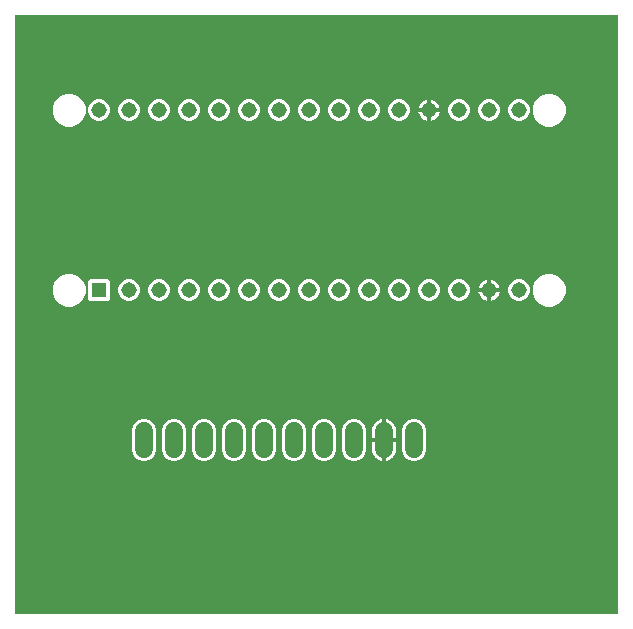
<source format=gbr>
G04 EAGLE Gerber RS-274X export*
G75*
%MOMM*%
%FSLAX34Y34*%
%LPD*%
%INTop Copper*%
%IPPOS*%
%AMOC8*
5,1,8,0,0,1.08239X$1,22.5*%
G01*
%ADD10R,1.308000X1.308000*%
%ADD11C,1.308000*%
%ADD12C,1.524000*%

G36*
X514678Y5084D02*
X514678Y5084D01*
X514697Y5082D01*
X514799Y5104D01*
X514901Y5120D01*
X514918Y5130D01*
X514938Y5134D01*
X515027Y5187D01*
X515118Y5236D01*
X515132Y5250D01*
X515149Y5260D01*
X515216Y5339D01*
X515288Y5414D01*
X515296Y5432D01*
X515309Y5447D01*
X515348Y5543D01*
X515391Y5637D01*
X515393Y5657D01*
X515401Y5675D01*
X515419Y5842D01*
X515419Y511558D01*
X515416Y511578D01*
X515418Y511597D01*
X515396Y511699D01*
X515380Y511801D01*
X515370Y511818D01*
X515366Y511838D01*
X515313Y511927D01*
X515264Y512018D01*
X515250Y512032D01*
X515240Y512049D01*
X515161Y512116D01*
X515086Y512188D01*
X515068Y512196D01*
X515053Y512209D01*
X514957Y512248D01*
X514863Y512291D01*
X514843Y512293D01*
X514825Y512301D01*
X514658Y512319D01*
X5842Y512319D01*
X5822Y512316D01*
X5803Y512318D01*
X5701Y512296D01*
X5599Y512280D01*
X5582Y512270D01*
X5562Y512266D01*
X5473Y512213D01*
X5382Y512164D01*
X5368Y512150D01*
X5351Y512140D01*
X5284Y512061D01*
X5212Y511986D01*
X5204Y511968D01*
X5191Y511953D01*
X5152Y511857D01*
X5109Y511763D01*
X5107Y511743D01*
X5099Y511725D01*
X5081Y511558D01*
X5081Y5842D01*
X5084Y5822D01*
X5082Y5803D01*
X5104Y5701D01*
X5120Y5599D01*
X5130Y5582D01*
X5134Y5562D01*
X5187Y5473D01*
X5236Y5382D01*
X5250Y5368D01*
X5260Y5351D01*
X5339Y5284D01*
X5414Y5212D01*
X5432Y5204D01*
X5447Y5191D01*
X5543Y5152D01*
X5637Y5109D01*
X5657Y5107D01*
X5675Y5099D01*
X5842Y5081D01*
X514658Y5081D01*
X514678Y5084D01*
G37*
%LPC*%
G36*
X264679Y134619D02*
X264679Y134619D01*
X260944Y136166D01*
X258086Y139024D01*
X256539Y142759D01*
X256539Y162041D01*
X258086Y165776D01*
X260944Y168634D01*
X264679Y170181D01*
X268721Y170181D01*
X272456Y168634D01*
X275314Y165776D01*
X276861Y162041D01*
X276861Y142759D01*
X275314Y139024D01*
X272456Y136166D01*
X268721Y134619D01*
X264679Y134619D01*
G37*
%LPD*%
%LPC*%
G36*
X290079Y134619D02*
X290079Y134619D01*
X286344Y136166D01*
X283486Y139024D01*
X281939Y142759D01*
X281939Y162041D01*
X283486Y165776D01*
X286344Y168634D01*
X290079Y170181D01*
X294121Y170181D01*
X297856Y168634D01*
X300714Y165776D01*
X302261Y162041D01*
X302261Y142759D01*
X300714Y139024D01*
X297856Y136166D01*
X294121Y134619D01*
X290079Y134619D01*
G37*
%LPD*%
%LPC*%
G36*
X340879Y134619D02*
X340879Y134619D01*
X337144Y136166D01*
X334286Y139024D01*
X332739Y142759D01*
X332739Y162041D01*
X334286Y165776D01*
X337144Y168634D01*
X340879Y170181D01*
X344921Y170181D01*
X348656Y168634D01*
X351514Y165776D01*
X353061Y162041D01*
X353061Y142759D01*
X351514Y139024D01*
X348656Y136166D01*
X344921Y134619D01*
X340879Y134619D01*
G37*
%LPD*%
%LPC*%
G36*
X163079Y134619D02*
X163079Y134619D01*
X159344Y136166D01*
X156486Y139024D01*
X154939Y142759D01*
X154939Y162041D01*
X156486Y165776D01*
X159344Y168634D01*
X163079Y170181D01*
X167121Y170181D01*
X170856Y168634D01*
X173714Y165776D01*
X175261Y162041D01*
X175261Y142759D01*
X173714Y139024D01*
X170856Y136166D01*
X167121Y134619D01*
X163079Y134619D01*
G37*
%LPD*%
%LPC*%
G36*
X239279Y134619D02*
X239279Y134619D01*
X235544Y136166D01*
X232686Y139024D01*
X231139Y142759D01*
X231139Y162041D01*
X232686Y165776D01*
X235544Y168634D01*
X239279Y170181D01*
X243321Y170181D01*
X247056Y168634D01*
X249914Y165776D01*
X251461Y162041D01*
X251461Y142759D01*
X249914Y139024D01*
X247056Y136166D01*
X243321Y134619D01*
X239279Y134619D01*
G37*
%LPD*%
%LPC*%
G36*
X213879Y134619D02*
X213879Y134619D01*
X210144Y136166D01*
X207286Y139024D01*
X205739Y142759D01*
X205739Y162041D01*
X207286Y165776D01*
X210144Y168634D01*
X213879Y170181D01*
X217921Y170181D01*
X221656Y168634D01*
X224514Y165776D01*
X226061Y162041D01*
X226061Y142759D01*
X224514Y139024D01*
X221656Y136166D01*
X217921Y134619D01*
X213879Y134619D01*
G37*
%LPD*%
%LPC*%
G36*
X188479Y134619D02*
X188479Y134619D01*
X184744Y136166D01*
X181886Y139024D01*
X180339Y142759D01*
X180339Y162041D01*
X181886Y165776D01*
X184744Y168634D01*
X188479Y170181D01*
X192521Y170181D01*
X196256Y168634D01*
X199114Y165776D01*
X200661Y162041D01*
X200661Y142759D01*
X199114Y139024D01*
X196256Y136166D01*
X192521Y134619D01*
X188479Y134619D01*
G37*
%LPD*%
%LPC*%
G36*
X137679Y134619D02*
X137679Y134619D01*
X133944Y136166D01*
X131086Y139024D01*
X129539Y142759D01*
X129539Y162041D01*
X131086Y165776D01*
X133944Y168634D01*
X137679Y170181D01*
X141721Y170181D01*
X145456Y168634D01*
X148314Y165776D01*
X149861Y162041D01*
X149861Y142759D01*
X148314Y139024D01*
X145456Y136166D01*
X141721Y134619D01*
X137679Y134619D01*
G37*
%LPD*%
%LPC*%
G36*
X112279Y134619D02*
X112279Y134619D01*
X108544Y136166D01*
X105686Y139024D01*
X104139Y142759D01*
X104139Y162041D01*
X105686Y165776D01*
X108544Y168634D01*
X112279Y170181D01*
X116321Y170181D01*
X120056Y168634D01*
X122914Y165776D01*
X124461Y162041D01*
X124461Y142759D01*
X122914Y139024D01*
X120056Y136166D01*
X116321Y134619D01*
X112279Y134619D01*
G37*
%LPD*%
%LPC*%
G36*
X454421Y417829D02*
X454421Y417829D01*
X449286Y419956D01*
X445356Y423886D01*
X443229Y429021D01*
X443229Y434579D01*
X445356Y439714D01*
X449286Y443644D01*
X454421Y445771D01*
X459979Y445771D01*
X465114Y443644D01*
X469044Y439714D01*
X471171Y434579D01*
X471171Y429021D01*
X469044Y423886D01*
X465114Y419956D01*
X459979Y417829D01*
X454421Y417829D01*
G37*
%LPD*%
%LPC*%
G36*
X48021Y417829D02*
X48021Y417829D01*
X42886Y419956D01*
X38956Y423886D01*
X36829Y429021D01*
X36829Y434579D01*
X38956Y439714D01*
X42886Y443644D01*
X48021Y445771D01*
X53579Y445771D01*
X58714Y443644D01*
X62644Y439714D01*
X64771Y434579D01*
X64771Y429021D01*
X62644Y423886D01*
X58714Y419956D01*
X53579Y417829D01*
X48021Y417829D01*
G37*
%LPD*%
%LPC*%
G36*
X454421Y265429D02*
X454421Y265429D01*
X449286Y267556D01*
X445356Y271486D01*
X443229Y276621D01*
X443229Y282179D01*
X445356Y287314D01*
X449286Y291244D01*
X454421Y293371D01*
X459979Y293371D01*
X465114Y291244D01*
X469044Y287314D01*
X471171Y282179D01*
X471171Y276621D01*
X469044Y271486D01*
X465114Y267556D01*
X459979Y265429D01*
X454421Y265429D01*
G37*
%LPD*%
%LPC*%
G36*
X48021Y265429D02*
X48021Y265429D01*
X42886Y267556D01*
X38956Y271486D01*
X36829Y276621D01*
X36829Y282179D01*
X38956Y287314D01*
X42886Y291244D01*
X48021Y293371D01*
X53579Y293371D01*
X58714Y291244D01*
X62644Y287314D01*
X64771Y282179D01*
X64771Y276621D01*
X62644Y271486D01*
X58714Y267556D01*
X53579Y265429D01*
X48021Y265429D01*
G37*
%LPD*%
%LPC*%
G36*
X68608Y270319D02*
X68608Y270319D01*
X67119Y271808D01*
X67119Y286992D01*
X68608Y288481D01*
X83792Y288481D01*
X85281Y286992D01*
X85281Y271808D01*
X83792Y270319D01*
X68608Y270319D01*
G37*
%LPD*%
%LPC*%
G36*
X328394Y422719D02*
X328394Y422719D01*
X325056Y424102D01*
X322502Y426656D01*
X321119Y429994D01*
X321119Y433606D01*
X322502Y436944D01*
X325056Y439498D01*
X328394Y440881D01*
X332006Y440881D01*
X335344Y439498D01*
X337898Y436944D01*
X339281Y433606D01*
X339281Y429994D01*
X337898Y426656D01*
X335344Y424102D01*
X332006Y422719D01*
X328394Y422719D01*
G37*
%LPD*%
%LPC*%
G36*
X302994Y422719D02*
X302994Y422719D01*
X299656Y424102D01*
X297102Y426656D01*
X295719Y429994D01*
X295719Y433606D01*
X297102Y436944D01*
X299656Y439498D01*
X302994Y440881D01*
X306606Y440881D01*
X309944Y439498D01*
X312498Y436944D01*
X313881Y433606D01*
X313881Y429994D01*
X312498Y426656D01*
X309944Y424102D01*
X306606Y422719D01*
X302994Y422719D01*
G37*
%LPD*%
%LPC*%
G36*
X277594Y422719D02*
X277594Y422719D01*
X274256Y424102D01*
X271702Y426656D01*
X270319Y429994D01*
X270319Y433606D01*
X271702Y436944D01*
X274256Y439498D01*
X277594Y440881D01*
X281206Y440881D01*
X284544Y439498D01*
X287098Y436944D01*
X288481Y433606D01*
X288481Y429994D01*
X287098Y426656D01*
X284544Y424102D01*
X281206Y422719D01*
X277594Y422719D01*
G37*
%LPD*%
%LPC*%
G36*
X252194Y422719D02*
X252194Y422719D01*
X248856Y424102D01*
X246302Y426656D01*
X244919Y429994D01*
X244919Y433606D01*
X246302Y436944D01*
X248856Y439498D01*
X252194Y440881D01*
X255806Y440881D01*
X259144Y439498D01*
X261698Y436944D01*
X263081Y433606D01*
X263081Y429994D01*
X261698Y426656D01*
X259144Y424102D01*
X255806Y422719D01*
X252194Y422719D01*
G37*
%LPD*%
%LPC*%
G36*
X226794Y422719D02*
X226794Y422719D01*
X223456Y424102D01*
X220902Y426656D01*
X219519Y429994D01*
X219519Y433606D01*
X220902Y436944D01*
X223456Y439498D01*
X226794Y440881D01*
X230406Y440881D01*
X233744Y439498D01*
X236298Y436944D01*
X237681Y433606D01*
X237681Y429994D01*
X236298Y426656D01*
X233744Y424102D01*
X230406Y422719D01*
X226794Y422719D01*
G37*
%LPD*%
%LPC*%
G36*
X150594Y422719D02*
X150594Y422719D01*
X147256Y424102D01*
X144702Y426656D01*
X143319Y429994D01*
X143319Y433606D01*
X144702Y436944D01*
X147256Y439498D01*
X150594Y440881D01*
X154206Y440881D01*
X157544Y439498D01*
X160098Y436944D01*
X161481Y433606D01*
X161481Y429994D01*
X160098Y426656D01*
X157544Y424102D01*
X154206Y422719D01*
X150594Y422719D01*
G37*
%LPD*%
%LPC*%
G36*
X125194Y422719D02*
X125194Y422719D01*
X121856Y424102D01*
X119302Y426656D01*
X117919Y429994D01*
X117919Y433606D01*
X119302Y436944D01*
X121856Y439498D01*
X125194Y440881D01*
X128806Y440881D01*
X132144Y439498D01*
X134698Y436944D01*
X136081Y433606D01*
X136081Y429994D01*
X134698Y426656D01*
X132144Y424102D01*
X128806Y422719D01*
X125194Y422719D01*
G37*
%LPD*%
%LPC*%
G36*
X99794Y422719D02*
X99794Y422719D01*
X96456Y424102D01*
X93902Y426656D01*
X92519Y429994D01*
X92519Y433606D01*
X93902Y436944D01*
X96456Y439498D01*
X99794Y440881D01*
X103406Y440881D01*
X106744Y439498D01*
X109298Y436944D01*
X110681Y433606D01*
X110681Y429994D01*
X109298Y426656D01*
X106744Y424102D01*
X103406Y422719D01*
X99794Y422719D01*
G37*
%LPD*%
%LPC*%
G36*
X74394Y422719D02*
X74394Y422719D01*
X71056Y424102D01*
X68502Y426656D01*
X67119Y429994D01*
X67119Y433606D01*
X68502Y436944D01*
X71056Y439498D01*
X74394Y440881D01*
X78006Y440881D01*
X81344Y439498D01*
X83898Y436944D01*
X85281Y433606D01*
X85281Y429994D01*
X83898Y426656D01*
X81344Y424102D01*
X78006Y422719D01*
X74394Y422719D01*
G37*
%LPD*%
%LPC*%
G36*
X353794Y270319D02*
X353794Y270319D01*
X350456Y271702D01*
X347902Y274256D01*
X346519Y277594D01*
X346519Y281206D01*
X347902Y284544D01*
X350456Y287098D01*
X353794Y288481D01*
X357406Y288481D01*
X360744Y287098D01*
X363298Y284544D01*
X364681Y281206D01*
X364681Y277594D01*
X363298Y274256D01*
X360744Y271702D01*
X357406Y270319D01*
X353794Y270319D01*
G37*
%LPD*%
%LPC*%
G36*
X99794Y270319D02*
X99794Y270319D01*
X96456Y271702D01*
X93902Y274256D01*
X92519Y277594D01*
X92519Y281206D01*
X93902Y284544D01*
X96456Y287098D01*
X99794Y288481D01*
X103406Y288481D01*
X106744Y287098D01*
X109298Y284544D01*
X110681Y281206D01*
X110681Y277594D01*
X109298Y274256D01*
X106744Y271702D01*
X103406Y270319D01*
X99794Y270319D01*
G37*
%LPD*%
%LPC*%
G36*
X429994Y270319D02*
X429994Y270319D01*
X426656Y271702D01*
X424102Y274256D01*
X422719Y277594D01*
X422719Y281206D01*
X424102Y284544D01*
X426656Y287098D01*
X429994Y288481D01*
X433606Y288481D01*
X436944Y287098D01*
X439498Y284544D01*
X440881Y281206D01*
X440881Y277594D01*
X439498Y274256D01*
X436944Y271702D01*
X433606Y270319D01*
X429994Y270319D01*
G37*
%LPD*%
%LPC*%
G36*
X379194Y270319D02*
X379194Y270319D01*
X375856Y271702D01*
X373302Y274256D01*
X371919Y277594D01*
X371919Y281206D01*
X373302Y284544D01*
X375856Y287098D01*
X379194Y288481D01*
X382806Y288481D01*
X386144Y287098D01*
X388698Y284544D01*
X390081Y281206D01*
X390081Y277594D01*
X388698Y274256D01*
X386144Y271702D01*
X382806Y270319D01*
X379194Y270319D01*
G37*
%LPD*%
%LPC*%
G36*
X175994Y270319D02*
X175994Y270319D01*
X172656Y271702D01*
X170102Y274256D01*
X168719Y277594D01*
X168719Y281206D01*
X170102Y284544D01*
X172656Y287098D01*
X175994Y288481D01*
X179606Y288481D01*
X182944Y287098D01*
X185498Y284544D01*
X186881Y281206D01*
X186881Y277594D01*
X185498Y274256D01*
X182944Y271702D01*
X179606Y270319D01*
X175994Y270319D01*
G37*
%LPD*%
%LPC*%
G36*
X328394Y270319D02*
X328394Y270319D01*
X325056Y271702D01*
X322502Y274256D01*
X321119Y277594D01*
X321119Y281206D01*
X322502Y284544D01*
X325056Y287098D01*
X328394Y288481D01*
X332006Y288481D01*
X335344Y287098D01*
X337898Y284544D01*
X339281Y281206D01*
X339281Y277594D01*
X337898Y274256D01*
X335344Y271702D01*
X332006Y270319D01*
X328394Y270319D01*
G37*
%LPD*%
%LPC*%
G36*
X302994Y270319D02*
X302994Y270319D01*
X299656Y271702D01*
X297102Y274256D01*
X295719Y277594D01*
X295719Y281206D01*
X297102Y284544D01*
X299656Y287098D01*
X302994Y288481D01*
X306606Y288481D01*
X309944Y287098D01*
X312498Y284544D01*
X313881Y281206D01*
X313881Y277594D01*
X312498Y274256D01*
X309944Y271702D01*
X306606Y270319D01*
X302994Y270319D01*
G37*
%LPD*%
%LPC*%
G36*
X277594Y270319D02*
X277594Y270319D01*
X274256Y271702D01*
X271702Y274256D01*
X270319Y277594D01*
X270319Y281206D01*
X271702Y284544D01*
X274256Y287098D01*
X277594Y288481D01*
X281206Y288481D01*
X284544Y287098D01*
X287098Y284544D01*
X288481Y281206D01*
X288481Y277594D01*
X287098Y274256D01*
X284544Y271702D01*
X281206Y270319D01*
X277594Y270319D01*
G37*
%LPD*%
%LPC*%
G36*
X252194Y270319D02*
X252194Y270319D01*
X248856Y271702D01*
X246302Y274256D01*
X244919Y277594D01*
X244919Y281206D01*
X246302Y284544D01*
X248856Y287098D01*
X252194Y288481D01*
X255806Y288481D01*
X259144Y287098D01*
X261698Y284544D01*
X263081Y281206D01*
X263081Y277594D01*
X261698Y274256D01*
X259144Y271702D01*
X255806Y270319D01*
X252194Y270319D01*
G37*
%LPD*%
%LPC*%
G36*
X226794Y270319D02*
X226794Y270319D01*
X223456Y271702D01*
X220902Y274256D01*
X219519Y277594D01*
X219519Y281206D01*
X220902Y284544D01*
X223456Y287098D01*
X226794Y288481D01*
X230406Y288481D01*
X233744Y287098D01*
X236298Y284544D01*
X237681Y281206D01*
X237681Y277594D01*
X236298Y274256D01*
X233744Y271702D01*
X230406Y270319D01*
X226794Y270319D01*
G37*
%LPD*%
%LPC*%
G36*
X201394Y270319D02*
X201394Y270319D01*
X198056Y271702D01*
X195502Y274256D01*
X194119Y277594D01*
X194119Y281206D01*
X195502Y284544D01*
X198056Y287098D01*
X201394Y288481D01*
X205006Y288481D01*
X208344Y287098D01*
X210898Y284544D01*
X212281Y281206D01*
X212281Y277594D01*
X210898Y274256D01*
X208344Y271702D01*
X205006Y270319D01*
X201394Y270319D01*
G37*
%LPD*%
%LPC*%
G36*
X150594Y270319D02*
X150594Y270319D01*
X147256Y271702D01*
X144702Y274256D01*
X143319Y277594D01*
X143319Y281206D01*
X144702Y284544D01*
X147256Y287098D01*
X150594Y288481D01*
X154206Y288481D01*
X157544Y287098D01*
X160098Y284544D01*
X161481Y281206D01*
X161481Y277594D01*
X160098Y274256D01*
X157544Y271702D01*
X154206Y270319D01*
X150594Y270319D01*
G37*
%LPD*%
%LPC*%
G36*
X125194Y270319D02*
X125194Y270319D01*
X121856Y271702D01*
X119302Y274256D01*
X117919Y277594D01*
X117919Y281206D01*
X119302Y284544D01*
X121856Y287098D01*
X125194Y288481D01*
X128806Y288481D01*
X132144Y287098D01*
X134698Y284544D01*
X136081Y281206D01*
X136081Y277594D01*
X134698Y274256D01*
X132144Y271702D01*
X128806Y270319D01*
X125194Y270319D01*
G37*
%LPD*%
%LPC*%
G36*
X404594Y422719D02*
X404594Y422719D01*
X401256Y424102D01*
X398702Y426656D01*
X397319Y429994D01*
X397319Y433606D01*
X398702Y436944D01*
X401256Y439498D01*
X404594Y440881D01*
X408206Y440881D01*
X411544Y439498D01*
X414098Y436944D01*
X415481Y433606D01*
X415481Y429994D01*
X414098Y426656D01*
X411544Y424102D01*
X408206Y422719D01*
X404594Y422719D01*
G37*
%LPD*%
%LPC*%
G36*
X379194Y422719D02*
X379194Y422719D01*
X375856Y424102D01*
X373302Y426656D01*
X371919Y429994D01*
X371919Y433606D01*
X373302Y436944D01*
X375856Y439498D01*
X379194Y440881D01*
X382806Y440881D01*
X386144Y439498D01*
X388698Y436944D01*
X390081Y433606D01*
X390081Y429994D01*
X388698Y426656D01*
X386144Y424102D01*
X382806Y422719D01*
X379194Y422719D01*
G37*
%LPD*%
%LPC*%
G36*
X429994Y422719D02*
X429994Y422719D01*
X426656Y424102D01*
X424102Y426656D01*
X422719Y429994D01*
X422719Y433606D01*
X424102Y436944D01*
X426656Y439498D01*
X429994Y440881D01*
X433606Y440881D01*
X436944Y439498D01*
X439498Y436944D01*
X440881Y433606D01*
X440881Y429994D01*
X439498Y426656D01*
X436944Y424102D01*
X433606Y422719D01*
X429994Y422719D01*
G37*
%LPD*%
%LPC*%
G36*
X201394Y422719D02*
X201394Y422719D01*
X198056Y424102D01*
X195502Y426656D01*
X194119Y429994D01*
X194119Y433606D01*
X195502Y436944D01*
X198056Y439498D01*
X201394Y440881D01*
X205006Y440881D01*
X208344Y439498D01*
X210898Y436944D01*
X212281Y433606D01*
X212281Y429994D01*
X210898Y426656D01*
X208344Y424102D01*
X205006Y422719D01*
X201394Y422719D01*
G37*
%LPD*%
%LPC*%
G36*
X175994Y422719D02*
X175994Y422719D01*
X172656Y424102D01*
X170102Y426656D01*
X168719Y429994D01*
X168719Y433606D01*
X170102Y436944D01*
X172656Y439498D01*
X175994Y440881D01*
X179606Y440881D01*
X182944Y439498D01*
X185498Y436944D01*
X186881Y433606D01*
X186881Y429994D01*
X185498Y426656D01*
X182944Y424102D01*
X179606Y422719D01*
X175994Y422719D01*
G37*
%LPD*%
%LPC*%
G36*
X319023Y153923D02*
X319023Y153923D01*
X319023Y170066D01*
X319879Y169931D01*
X321400Y169436D01*
X322825Y168710D01*
X324119Y167770D01*
X325250Y166639D01*
X326190Y165345D01*
X326916Y163920D01*
X327411Y162399D01*
X327661Y160820D01*
X327661Y153923D01*
X319023Y153923D01*
G37*
%LPD*%
%LPC*%
G36*
X319023Y150877D02*
X319023Y150877D01*
X327661Y150877D01*
X327661Y143980D01*
X327411Y142401D01*
X326916Y140880D01*
X326190Y139455D01*
X325250Y138161D01*
X324119Y137030D01*
X322825Y136090D01*
X321400Y135364D01*
X319879Y134869D01*
X319023Y134734D01*
X319023Y150877D01*
G37*
%LPD*%
%LPC*%
G36*
X307339Y153923D02*
X307339Y153923D01*
X307339Y160820D01*
X307589Y162399D01*
X308084Y163920D01*
X308810Y165345D01*
X309750Y166639D01*
X310881Y167770D01*
X312175Y168710D01*
X313600Y169436D01*
X315121Y169931D01*
X315977Y170066D01*
X315977Y153923D01*
X307339Y153923D01*
G37*
%LPD*%
%LPC*%
G36*
X315121Y134869D02*
X315121Y134869D01*
X313600Y135364D01*
X312175Y136090D01*
X310881Y137030D01*
X309750Y138161D01*
X308810Y139455D01*
X308084Y140880D01*
X307589Y142401D01*
X307339Y143980D01*
X307339Y150877D01*
X315977Y150877D01*
X315977Y134734D01*
X315121Y134869D01*
G37*
%LPD*%
%LPC*%
G36*
X357123Y433323D02*
X357123Y433323D01*
X357123Y440756D01*
X358249Y440532D01*
X359901Y439847D01*
X361389Y438853D01*
X362653Y437589D01*
X363647Y436101D01*
X364332Y434449D01*
X364556Y433323D01*
X357123Y433323D01*
G37*
%LPD*%
%LPC*%
G36*
X407923Y280923D02*
X407923Y280923D01*
X407923Y288356D01*
X409049Y288132D01*
X410701Y287447D01*
X412189Y286453D01*
X413453Y285189D01*
X414447Y283701D01*
X415132Y282049D01*
X415356Y280923D01*
X407923Y280923D01*
G37*
%LPD*%
%LPC*%
G36*
X357123Y430277D02*
X357123Y430277D01*
X364556Y430277D01*
X364332Y429151D01*
X363647Y427499D01*
X362653Y426011D01*
X361389Y424747D01*
X359901Y423753D01*
X358249Y423068D01*
X357123Y422844D01*
X357123Y430277D01*
G37*
%LPD*%
%LPC*%
G36*
X346644Y433323D02*
X346644Y433323D01*
X346868Y434449D01*
X347553Y436101D01*
X348547Y437589D01*
X349811Y438853D01*
X351299Y439847D01*
X352951Y440532D01*
X354077Y440756D01*
X354077Y433323D01*
X346644Y433323D01*
G37*
%LPD*%
%LPC*%
G36*
X397444Y280923D02*
X397444Y280923D01*
X397668Y282049D01*
X398353Y283701D01*
X399347Y285189D01*
X400611Y286453D01*
X402099Y287447D01*
X403751Y288132D01*
X404877Y288356D01*
X404877Y280923D01*
X397444Y280923D01*
G37*
%LPD*%
%LPC*%
G36*
X407923Y277877D02*
X407923Y277877D01*
X415356Y277877D01*
X415132Y276751D01*
X414447Y275099D01*
X413453Y273611D01*
X412189Y272347D01*
X410701Y271353D01*
X409049Y270668D01*
X407923Y270444D01*
X407923Y277877D01*
G37*
%LPD*%
%LPC*%
G36*
X352951Y423068D02*
X352951Y423068D01*
X351299Y423753D01*
X349811Y424747D01*
X348547Y426011D01*
X347553Y427499D01*
X346868Y429151D01*
X346644Y430277D01*
X354077Y430277D01*
X354077Y422844D01*
X352951Y423068D01*
G37*
%LPD*%
%LPC*%
G36*
X403751Y270668D02*
X403751Y270668D01*
X402099Y271353D01*
X400611Y272347D01*
X399347Y273611D01*
X398353Y275099D01*
X397668Y276751D01*
X397444Y277877D01*
X404877Y277877D01*
X404877Y270444D01*
X403751Y270668D01*
G37*
%LPD*%
%LPC*%
G36*
X355599Y431799D02*
X355599Y431799D01*
X355599Y431801D01*
X355601Y431801D01*
X355601Y431799D01*
X355599Y431799D01*
G37*
%LPD*%
%LPC*%
G36*
X406399Y279399D02*
X406399Y279399D01*
X406399Y279401D01*
X406401Y279401D01*
X406401Y279399D01*
X406399Y279399D01*
G37*
%LPD*%
%LPC*%
G36*
X317499Y152399D02*
X317499Y152399D01*
X317499Y152401D01*
X317501Y152401D01*
X317501Y152399D01*
X317499Y152399D01*
G37*
%LPD*%
D10*
X76200Y279400D03*
D11*
X101600Y279400D03*
X127000Y279400D03*
X152400Y279400D03*
X177800Y279400D03*
X203200Y279400D03*
X228600Y279400D03*
X254000Y279400D03*
X279400Y279400D03*
X304800Y279400D03*
X330200Y279400D03*
X355600Y279400D03*
X381000Y279400D03*
X406400Y279400D03*
X431800Y279400D03*
X431800Y431800D03*
X406400Y431800D03*
X381000Y431800D03*
X355600Y431800D03*
X330200Y431800D03*
X304800Y431800D03*
X279400Y431800D03*
X254000Y431800D03*
X228600Y431800D03*
X203200Y431800D03*
X177800Y431800D03*
X152400Y431800D03*
X127000Y431800D03*
X101600Y431800D03*
X76200Y431800D03*
D12*
X342900Y160020D02*
X342900Y144780D01*
X317500Y144780D02*
X317500Y160020D01*
X292100Y160020D02*
X292100Y144780D01*
X266700Y144780D02*
X266700Y160020D01*
X241300Y160020D02*
X241300Y144780D01*
X215900Y144780D02*
X215900Y160020D01*
X190500Y160020D02*
X190500Y144780D01*
X165100Y144780D02*
X165100Y160020D01*
X139700Y160020D02*
X139700Y144780D01*
X114300Y144780D02*
X114300Y160020D01*
M02*

</source>
